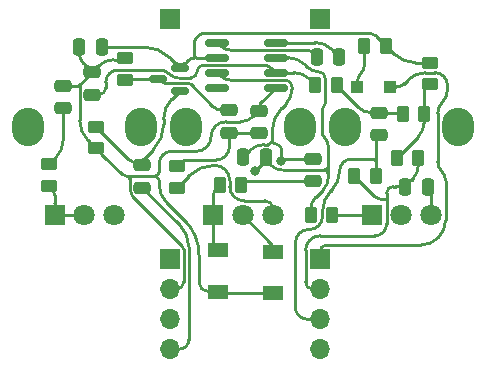
<source format=gbr>
%TF.GenerationSoftware,KiCad,Pcbnew,(6.0.1)*%
%TF.CreationDate,2022-05-20T14:01:47-07:00*%
%TF.ProjectId,ratt-rounded,72617474-2d72-46f7-956e-6465642e6b69,rev?*%
%TF.SameCoordinates,Original*%
%TF.FileFunction,Copper,L2,Bot*%
%TF.FilePolarity,Positive*%
%FSLAX46Y46*%
G04 Gerber Fmt 4.6, Leading zero omitted, Abs format (unit mm)*
G04 Created by KiCad (PCBNEW (6.0.1)) date 2022-05-20 14:01:47*
%MOMM*%
%LPD*%
G01*
G04 APERTURE LIST*
G04 Aperture macros list*
%AMRoundRect*
0 Rectangle with rounded corners*
0 $1 Rounding radius*
0 $2 $3 $4 $5 $6 $7 $8 $9 X,Y pos of 4 corners*
0 Add a 4 corners polygon primitive as box body*
4,1,4,$2,$3,$4,$5,$6,$7,$8,$9,$2,$3,0*
0 Add four circle primitives for the rounded corners*
1,1,$1+$1,$2,$3*
1,1,$1+$1,$4,$5*
1,1,$1+$1,$6,$7*
1,1,$1+$1,$8,$9*
0 Add four rect primitives between the rounded corners*
20,1,$1+$1,$2,$3,$4,$5,0*
20,1,$1+$1,$4,$5,$6,$7,0*
20,1,$1+$1,$6,$7,$8,$9,0*
20,1,$1+$1,$8,$9,$2,$3,0*%
G04 Aperture macros list end*
%TA.AperFunction,ComponentPad*%
%ADD10O,2.720000X3.240000*%
%TD*%
%TA.AperFunction,ComponentPad*%
%ADD11R,1.800000X1.800000*%
%TD*%
%TA.AperFunction,ComponentPad*%
%ADD12C,1.800000*%
%TD*%
%TA.AperFunction,ComponentPad*%
%ADD13R,1.700000X1.700000*%
%TD*%
%TA.AperFunction,SMDPad,CuDef*%
%ADD14RoundRect,0.150000X0.825000X0.150000X-0.825000X0.150000X-0.825000X-0.150000X0.825000X-0.150000X0*%
%TD*%
%TA.AperFunction,SMDPad,CuDef*%
%ADD15RoundRect,0.250000X-0.262500X-0.450000X0.262500X-0.450000X0.262500X0.450000X-0.262500X0.450000X0*%
%TD*%
%TA.AperFunction,SMDPad,CuDef*%
%ADD16RoundRect,0.250000X-0.450000X0.262500X-0.450000X-0.262500X0.450000X-0.262500X0.450000X0.262500X0*%
%TD*%
%TA.AperFunction,SMDPad,CuDef*%
%ADD17RoundRect,0.250000X-0.475000X0.250000X-0.475000X-0.250000X0.475000X-0.250000X0.475000X0.250000X0*%
%TD*%
%TA.AperFunction,SMDPad,CuDef*%
%ADD18RoundRect,0.250000X0.450000X-0.262500X0.450000X0.262500X-0.450000X0.262500X-0.450000X-0.262500X0*%
%TD*%
%TA.AperFunction,SMDPad,CuDef*%
%ADD19RoundRect,0.250000X0.262500X0.450000X-0.262500X0.450000X-0.262500X-0.450000X0.262500X-0.450000X0*%
%TD*%
%TA.AperFunction,SMDPad,CuDef*%
%ADD20RoundRect,0.250000X0.475000X-0.250000X0.475000X0.250000X-0.475000X0.250000X-0.475000X-0.250000X0*%
%TD*%
%TA.AperFunction,SMDPad,CuDef*%
%ADD21RoundRect,0.250000X0.250000X0.475000X-0.250000X0.475000X-0.250000X-0.475000X0.250000X-0.475000X0*%
%TD*%
%TA.AperFunction,ComponentPad*%
%ADD22O,1.700000X1.700000*%
%TD*%
%TA.AperFunction,SMDPad,CuDef*%
%ADD23RoundRect,0.150000X0.587500X0.150000X-0.587500X0.150000X-0.587500X-0.150000X0.587500X-0.150000X0*%
%TD*%
%TA.AperFunction,SMDPad,CuDef*%
%ADD24R,1.700000X1.300000*%
%TD*%
%TA.AperFunction,SMDPad,CuDef*%
%ADD25RoundRect,0.250000X-0.250000X-0.475000X0.250000X-0.475000X0.250000X0.475000X-0.250000X0.475000X0*%
%TD*%
%TA.AperFunction,SMDPad,CuDef*%
%ADD26R,1.100000X1.100000*%
%TD*%
%TA.AperFunction,ViaPad*%
%ADD27C,0.800000*%
%TD*%
%TA.AperFunction,Conductor*%
%ADD28C,0.250000*%
%TD*%
G04 APERTURE END LIST*
D10*
%TO.P,RV1,*%
%TO.N,*%
X30810000Y-33350000D03*
X40410000Y-33350000D03*
D11*
%TO.P,RV1,1,1*%
%TO.N,Net-(D1-Pad2)*%
X33110000Y-40850000D03*
D12*
%TO.P,RV1,2,2*%
X35610000Y-40850000D03*
%TO.P,RV1,3,3*%
%TO.N,Net-(R4-Pad1)*%
X38110000Y-40850000D03*
%TD*%
D10*
%TO.P,RV2,*%
%TO.N,*%
X44215000Y-33350000D03*
X53815000Y-33350000D03*
D11*
%TO.P,RV2,1,1*%
%TO.N,Net-(R8-Pad1)*%
X46515000Y-40850000D03*
D12*
%TO.P,RV2,2,2*%
%TO.N,Net-(C10-Pad1)*%
X49015000Y-40850000D03*
%TO.P,RV2,3,3*%
X51515000Y-40850000D03*
%TD*%
D10*
%TO.P,RV3,*%
%TO.N,*%
X26975000Y-33350000D03*
X17375000Y-33350000D03*
D11*
%TO.P,RV3,1,1*%
%TO.N,Net-(C8-Pad1)*%
X19675000Y-40850000D03*
D12*
%TO.P,RV3,2,2*%
X22175000Y-40850000D03*
%TO.P,RV3,3,3*%
%TO.N,Net-(C2-Pad1)*%
X24675000Y-40850000D03*
%TD*%
D13*
%TO.P,REF2,*%
%TO.N,*%
X29400000Y-24230000D03*
%TD*%
D14*
%TO.P,U1,1,NULL*%
%TO.N,Net-(C6-Pad2)*%
X38385000Y-26215000D03*
%TO.P,U1,2,-*%
%TO.N,Net-(C8-Pad1)*%
X38385000Y-27485000D03*
%TO.P,U1,3,+*%
%TO.N,Net-(C4-Pad1)*%
X38385000Y-28755000D03*
%TO.P,U1,4,V-*%
%TO.N,GND*%
X38385000Y-30025000D03*
%TO.P,U1,5,NULL*%
%TO.N,unconnected-(U1-Pad5)*%
X33435000Y-30025000D03*
%TO.P,U1,6*%
%TO.N,Net-(C2-Pad1)*%
X33435000Y-28755000D03*
%TO.P,U1,7,V+*%
%TO.N,VA*%
X33435000Y-27485000D03*
%TO.P,U1,8,STRB*%
%TO.N,Net-(C6-Pad1)*%
X33435000Y-26215000D03*
%TD*%
D15*
%TO.P,R5,1*%
%TO.N,GND*%
X45015500Y-37500000D03*
%TO.P,R5,2*%
%TO.N,INPUT*%
X46840500Y-37500000D03*
%TD*%
D16*
%TO.P,R6,1*%
%TO.N,GND*%
X25610000Y-27567500D03*
%TO.P,R6,2*%
%TO.N,Net-(C3-Pad2)*%
X25610000Y-29392500D03*
%TD*%
D17*
%TO.P,C7,1*%
%TO.N,GND*%
X36948000Y-32010000D03*
%TO.P,C7,2*%
%TO.N,Net-(C3-Pad1)*%
X36948000Y-33910000D03*
%TD*%
%TO.P,C2,1*%
%TO.N,Net-(C2-Pad1)*%
X41498000Y-36070000D03*
%TO.P,C2,2*%
%TO.N,Net-(C2-Pad2)*%
X41498000Y-37970000D03*
%TD*%
D15*
%TO.P,R9,1*%
%TO.N,Net-(D3-Pad1)*%
X45887500Y-26480000D03*
%TO.P,R9,2*%
%TO.N,VA*%
X47712500Y-26480000D03*
%TD*%
D18*
%TO.P,R7,1*%
%TO.N,GND*%
X23170000Y-35184500D03*
%TO.P,R7,2*%
%TO.N,Net-(C5-Pad1)*%
X23170000Y-33359500D03*
%TD*%
D19*
%TO.P,R12,1*%
%TO.N,GND*%
X50440500Y-36010000D03*
%TO.P,R12,2*%
%TO.N,VB*%
X48615500Y-36010000D03*
%TD*%
%TO.P,R8,1*%
%TO.N,Net-(R8-Pad1)*%
X43184500Y-40850000D03*
%TO.P,R8,2*%
%TO.N,Net-(C8-Pad1)*%
X41359500Y-40850000D03*
%TD*%
D20*
%TO.P,C3,1*%
%TO.N,Net-(C3-Pad1)*%
X34458000Y-33870000D03*
%TO.P,C3,2*%
%TO.N,Net-(C3-Pad2)*%
X34458000Y-31970000D03*
%TD*%
D18*
%TO.P,R4,1*%
%TO.N,Net-(R4-Pad1)*%
X30028000Y-38492500D03*
%TO.P,R4,2*%
%TO.N,Net-(C3-Pad1)*%
X30028000Y-36667500D03*
%TD*%
D21*
%TO.P,C8,1*%
%TO.N,Net-(C8-Pad1)*%
X37528000Y-35910000D03*
%TO.P,C8,2*%
%TO.N,Net-(C2-Pad1)*%
X35628000Y-35910000D03*
%TD*%
D17*
%TO.P,C5,1*%
%TO.N,Net-(C5-Pad1)*%
X27098000Y-36600000D03*
%TO.P,C5,2*%
%TO.N,OUTPUT*%
X27098000Y-38500000D03*
%TD*%
D19*
%TO.P,R3,1*%
%TO.N,Net-(C2-Pad2)*%
X35462500Y-38302000D03*
%TO.P,R3,2*%
%TO.N,Net-(D1-Pad2)*%
X33637500Y-38302000D03*
%TD*%
%TO.P,R1,1*%
%TO.N,VB*%
X50940500Y-32290000D03*
%TO.P,R1,2*%
%TO.N,Net-(C1-Pad2)*%
X49115500Y-32290000D03*
%TD*%
D13*
%TO.P,J2,1,Pin_1*%
%TO.N,+9V*%
X42100000Y-44560000D03*
D22*
%TO.P,J2,2,Pin_2*%
%TO.N,GND*%
X42100000Y-47100000D03*
%TO.P,J2,3,Pin_3*%
%TO.N,INPUT*%
X42100000Y-49640000D03*
%TO.P,J2,4,Pin_4*%
%TO.N,OUTPUT*%
X42100000Y-52180000D03*
%TD*%
D23*
%TO.P,Q1,1,D*%
%TO.N,VA*%
X30296100Y-28389400D03*
%TO.P,Q1,2,S*%
%TO.N,Net-(C5-Pad1)*%
X30296100Y-30289400D03*
%TO.P,Q1,3,G*%
%TO.N,Net-(C3-Pad2)*%
X28421100Y-29339400D03*
%TD*%
D16*
%TO.P,R10,1*%
%TO.N,VA*%
X51430000Y-27919500D03*
%TO.P,R10,2*%
%TO.N,VB*%
X51430000Y-29744500D03*
%TD*%
D24*
%TO.P,D2,1,K*%
%TO.N,Net-(D1-Pad2)*%
X38175000Y-43918000D03*
%TO.P,D2,2,A*%
%TO.N,GND*%
X38175000Y-47418000D03*
%TD*%
D25*
%TO.P,C6,1*%
%TO.N,Net-(C6-Pad1)*%
X41848000Y-27400000D03*
%TO.P,C6,2*%
%TO.N,Net-(C6-Pad2)*%
X43748000Y-27400000D03*
%TD*%
D13*
%TO.P,J1,1,Pin_1*%
%TO.N,+9V*%
X29400000Y-44560000D03*
D22*
%TO.P,J1,2,Pin_2*%
%TO.N,GND*%
X29400000Y-47100000D03*
%TO.P,J1,3,Pin_3*%
%TO.N,INPUT*%
X29400000Y-49640000D03*
%TO.P,J1,4,Pin_4*%
%TO.N,OUTPUT*%
X29400000Y-52180000D03*
%TD*%
D19*
%TO.P,R2,1*%
%TO.N,Net-(C1-Pad2)*%
X43542500Y-29800000D03*
%TO.P,R2,2*%
%TO.N,Net-(C4-Pad1)*%
X41717500Y-29800000D03*
%TD*%
D20*
%TO.P,C11,1*%
%TO.N,Net-(C11-Pad1)*%
X20390000Y-31792000D03*
%TO.P,C11,2*%
%TO.N,GND*%
X20390000Y-29892000D03*
%TD*%
D26*
%TO.P,D3,1,K*%
%TO.N,Net-(D3-Pad1)*%
X45292000Y-29995000D03*
%TO.P,D3,2,A*%
%TO.N,+9V*%
X48092000Y-29995000D03*
%TD*%
D13*
%TO.P,REF1,*%
%TO.N,*%
X42100000Y-24230000D03*
%TD*%
D16*
%TO.P,R11,1*%
%TO.N,Net-(C11-Pad1)*%
X19200000Y-36509500D03*
%TO.P,R11,2*%
%TO.N,Net-(C8-Pad1)*%
X19200000Y-38334500D03*
%TD*%
D21*
%TO.P,C10,1*%
%TO.N,Net-(C10-Pad1)*%
X51232000Y-38410000D03*
%TO.P,C10,2*%
%TO.N,GND*%
X49332000Y-38410000D03*
%TD*%
D20*
%TO.P,C4,1*%
%TO.N,Net-(C4-Pad1)*%
X22850000Y-30628000D03*
%TO.P,C4,2*%
%TO.N,GND*%
X22850000Y-28728000D03*
%TD*%
D21*
%TO.P,C9,1*%
%TO.N,VA*%
X23650500Y-26602000D03*
%TO.P,C9,2*%
%TO.N,GND*%
X21750500Y-26602000D03*
%TD*%
D20*
%TO.P,C1,1*%
%TO.N,INPUT*%
X47090500Y-34050000D03*
%TO.P,C1,2*%
%TO.N,Net-(C1-Pad2)*%
X47090500Y-32150000D03*
%TD*%
D24*
%TO.P,D1,1,K*%
%TO.N,GND*%
X33460000Y-47308000D03*
%TO.P,D1,2,A*%
%TO.N,Net-(D1-Pad2)*%
X33460000Y-43808000D03*
%TD*%
D27*
%TO.N,Net-(C2-Pad1)*%
X38867800Y-36278000D03*
%TO.N,Net-(C8-Pad1)*%
X36633200Y-37063300D03*
%TD*%
D28*
%TO.N,VA*%
X46297253Y-25404511D02*
G75*
G02*
X46877255Y-25644755I2J-820243D01*
G01*
X46877255Y-25644755D02*
X47117500Y-25885000D01*
X46297253Y-25404511D02*
X32500244Y-25404511D01*
X48432250Y-27199750D02*
X47117500Y-25885000D01*
X51430000Y-27919500D02*
X50169880Y-27919500D01*
X31460000Y-26444755D02*
X31460000Y-27485000D01*
X31460000Y-26444755D02*
G75*
G02*
X32500244Y-25404511I1040243J1D01*
G01*
X48432250Y-27199750D02*
G75*
G03*
X50169880Y-27919500I1737630J1737629D01*
G01*
%TO.N,INPUT*%
X41185000Y-42040800D02*
X41255927Y-42040800D01*
%TO.N,Net-(C2-Pad1)*%
X39757600Y-30141200D02*
X39757600Y-29944702D01*
%TO.N,Net-(R4-Pad1)*%
X35693495Y-39610000D02*
G75*
G02*
X34490000Y-38406505I2J1203497D01*
G01*
X35693495Y-39610000D02*
X37490000Y-39610000D01*
X37490000Y-39610000D02*
G75*
G02*
X38110000Y-40230000I1J-619999D01*
G01*
X38110000Y-40230000D02*
X38110000Y-40850000D01*
%TO.N,Net-(D1-Pad2)*%
X33110001Y-39202498D02*
G75*
G02*
X33373750Y-38565750I900490J3D01*
G01*
X38174999Y-43666500D02*
G75*
G03*
X37997161Y-43237163I-607179J-2D01*
G01*
X33285000Y-43633000D02*
G75*
G02*
X33110000Y-43210512I422492J422489D01*
G01*
X33110000Y-39839750D02*
X33110000Y-41860250D01*
%TO.N,Net-(C3-Pad1)*%
X34458000Y-33930000D02*
G75*
G02*
X34478000Y-33910000I19997J3D01*
G01*
X34478000Y-33910000D02*
G75*
G02*
X34458000Y-33890000I-1J19999D01*
G01*
X33332755Y-36160489D02*
G75*
G03*
X34458000Y-35035244I-1J1125246D01*
G01*
X30281505Y-36413994D02*
G75*
G02*
X30893521Y-36160489I612012J-612006D01*
G01*
X34458000Y-33930000D02*
X34458000Y-33890000D01*
%TO.N,Net-(C11-Pad1)*%
X19795000Y-35914500D02*
G75*
G03*
X20390000Y-34478042I-1436467J1436461D01*
G01*
%TO.N,Net-(C8-Pad1)*%
X38981601Y-37020000D02*
G75*
G02*
X37953750Y-36594250I1J1453602D01*
G01*
X42830000Y-36658650D02*
G75*
G02*
X42468650Y-37020000I-361350J0D01*
G01*
X42468650Y-37020000D02*
G75*
G02*
X42830000Y-37381350I2J-361348D01*
G01*
X39404494Y-27485000D02*
G75*
G02*
X40854350Y-28085550I3J-2050398D01*
G01*
X42830000Y-34989108D02*
G75*
G03*
X42560000Y-34337271I-921838J-1D01*
G01*
X42397780Y-38674718D02*
G75*
G03*
X42830000Y-37631250I-1043471J1043471D01*
G01*
X42017350Y-28686100D02*
G75*
G02*
X42579800Y-29248550I1J-562449D01*
G01*
X19674999Y-39145375D02*
G75*
G03*
X19437500Y-38572000I-810879J-2D01*
G01*
X20695250Y-40850000D02*
G75*
G02*
X19675000Y-39829750I1J1020251D01*
G01*
X42560000Y-34337271D02*
G75*
G02*
X42290000Y-33685433I651831J651835D01*
G01*
X42290001Y-32024919D02*
G75*
G02*
X42434901Y-31675101I494713J2D01*
G01*
X42434900Y-31675100D02*
G75*
G03*
X42579800Y-31325280I-349830J349824D01*
G01*
X42017350Y-28686100D02*
G75*
G02*
X41057187Y-28288387I3J1357881D01*
G01*
X37528000Y-36039250D02*
G75*
G02*
X37436606Y-36259893I-312041J3D01*
G01*
X37436607Y-36259894D02*
G75*
G02*
X37619393Y-36259893I91393J-91391D01*
G01*
X37619393Y-36259893D02*
G75*
G02*
X37528000Y-36039250I220641J220642D01*
G01*
X41359500Y-40281500D02*
G75*
G02*
X41761490Y-39311009I1372473J4D01*
G01*
X42830000Y-36658650D02*
X42830000Y-37381350D01*
X42468650Y-37020000D02*
X41745950Y-37020000D01*
%TO.N,Net-(C6-Pad2)*%
X41725078Y-26215001D02*
G75*
G02*
X43155499Y-26807501I2J-2022917D01*
G01*
%TO.N,Net-(C4-Pad1)*%
X31184755Y-29210489D02*
G75*
G03*
X31730000Y-28665244I-1J545246D01*
G01*
X31730000Y-28665244D02*
G75*
G02*
X32275244Y-28120000I545243J1D01*
G01*
X38834012Y-28755000D02*
G75*
G02*
X38067500Y-28437500I1J1084013D01*
G01*
X28572454Y-28547301D02*
G75*
G02*
X29372993Y-28878895I2J-1132130D01*
G01*
X23980000Y-29587650D02*
G75*
G02*
X25020350Y-28547300I1040348J2D01*
G01*
X37300987Y-28120001D02*
G75*
G02*
X38067499Y-28437501I1J-1084010D01*
G01*
X39933573Y-28755001D02*
G75*
G02*
X41194999Y-29277501I1J-1783925D01*
G01*
X30173534Y-29210489D02*
G75*
G02*
X29372994Y-28878894I2J1132137D01*
G01*
X23415000Y-30628000D02*
G75*
G03*
X23980000Y-30063000I-1J565001D01*
G01*
%TO.N,Net-(C1-Pad2)*%
X48876505Y-32150001D02*
G75*
G02*
X49045499Y-32220001I1J-238992D01*
G01*
X46445850Y-32150000D02*
G75*
G02*
X45345363Y-31694163I3J1556329D01*
G01*
X43574779Y-29923579D02*
G75*
G02*
X43542500Y-29845650I77933J77930D01*
G01*
X47735150Y-32150000D02*
X46445850Y-32150000D01*
%TO.N,Net-(R4-Pad1)*%
X33200250Y-36610000D02*
G75*
G02*
X34490000Y-37899750I-2J-1289752D01*
G01*
X30998509Y-37521990D02*
G75*
G02*
X33200250Y-36610000I2201738J-2201737D01*
G01*
%TO.N,VB*%
X50447293Y-34178206D02*
G75*
G03*
X50940500Y-32987500I-1190714J1190710D01*
G01*
X50940500Y-30580128D02*
G75*
G02*
X51185250Y-29989250I835621J2D01*
G01*
X50940500Y-31592500D02*
X50940500Y-32987500D01*
%TO.N,+9V*%
X52428700Y-37108700D02*
G75*
G02*
X52098800Y-36312250I796452J796450D01*
G01*
X52504400Y-31242200D02*
G75*
G03*
X52910000Y-30262994I-979220J979211D01*
G01*
X42100000Y-43956750D02*
G75*
G02*
X42703250Y-43353500I603247J3D01*
G01*
X51876700Y-28770000D02*
G75*
G02*
X52910000Y-29803300I0J-1033300D01*
G01*
X50672344Y-43353500D02*
G75*
G03*
X52147550Y-42742450I-3J2086263D01*
G01*
X48529650Y-29995000D02*
G75*
G03*
X49276765Y-29685534I-4J1056587D01*
G01*
X52758599Y-37905149D02*
G75*
G03*
X52428699Y-37108701I-1126353J-2D01*
G01*
X52147550Y-42742450D02*
G75*
G03*
X52758600Y-41267244I-1475213J1475209D01*
G01*
X49579800Y-29382500D02*
G75*
G02*
X51058505Y-28770000I1478701J-1478695D01*
G01*
X52098801Y-32221405D02*
G75*
G02*
X52504401Y-31242201I1384804J0D01*
G01*
%TO.N,Net-(D3-Pad1)*%
X45589750Y-28821950D02*
G75*
G03*
X45887500Y-28103117I-718840J718835D01*
G01*
X45292001Y-29540782D02*
G75*
G02*
X45589751Y-28821951I1016569J5D01*
G01*
%TO.N,Net-(C10-Pad1)*%
X51515000Y-38893111D02*
G75*
G03*
X51373500Y-38551500I-483113J-1D01*
G01*
%TO.N,Net-(C2-Pad1)*%
X38087800Y-34460800D02*
G75*
G02*
X37697800Y-34850800I-390002J2D01*
G01*
X38477800Y-34850800D02*
G75*
G02*
X38087800Y-34460800I0J390000D01*
G01*
X38477800Y-34850800D02*
G75*
G02*
X38867800Y-35240800I0J-390000D01*
G01*
X36192013Y-35345986D02*
G75*
G02*
X37387500Y-34850800I1195484J-1195482D01*
G01*
X38087800Y-33706500D02*
G75*
G02*
X38896941Y-31753057I2762577J5D01*
G01*
X39226421Y-31423578D02*
G75*
G03*
X39757600Y-30141200I-1282377J1282378D01*
G01*
X34519012Y-29390000D02*
G75*
G02*
X33752500Y-29072500I1J1084013D01*
G01*
X39202898Y-29390000D02*
G75*
G02*
X39757600Y-29944702I2J-554700D01*
G01*
X38867800Y-36174000D02*
G75*
G02*
X38971800Y-36070000I103997J3D01*
G01*
X38971800Y-36070000D02*
G75*
G02*
X38867800Y-35966000I-1J103999D01*
G01*
X38867800Y-36174000D02*
X38867800Y-35966000D01*
%TO.N,OUTPUT*%
X30212800Y-52180000D02*
G75*
G03*
X31025600Y-51367200I-1J812801D01*
G01*
X31025599Y-43522534D02*
G75*
G03*
X30251364Y-41653366I-2643402J1D01*
G01*
X31025600Y-48529750D02*
X31025600Y-50963250D01*
%TO.N,Net-(C6-Pad1)*%
X40909091Y-26850001D02*
G75*
G02*
X41572999Y-27125001I1J-938906D01*
G01*
X34519012Y-26850000D02*
G75*
G02*
X33752500Y-26532500I1J1084013D01*
G01*
%TO.N,Net-(C5-Pad1)*%
X27995249Y-35309045D02*
G75*
G03*
X28892500Y-33142892I-2166149J2166153D01*
G01*
X26654000Y-36399499D02*
G75*
G02*
X25896045Y-36085543I2J1071915D01*
G01*
X27098000Y-36302898D02*
G75*
G02*
X27166307Y-36137988I233213J3D01*
G01*
X27098000Y-36302898D02*
G75*
G02*
X27001398Y-36399500I-96605J3D01*
G01*
X27001398Y-36399500D02*
G75*
G02*
X27098000Y-36496102I-1J-96603D01*
G01*
X28892500Y-32685495D02*
G75*
G02*
X29594300Y-30991200I2396084J4D01*
G01*
X27098000Y-36302898D02*
X27098000Y-36496102D01*
%TO.N,Net-(C3-Pad2)*%
X30935291Y-29660001D02*
G75*
G02*
X31174252Y-29758982I1J-337941D01*
G01*
X28194401Y-29339400D02*
G75*
G02*
X28581400Y-29499700I2J-547294D01*
G01*
X28968398Y-29659999D02*
G75*
G02*
X28581400Y-29499700I1J547300D01*
G01*
X25636550Y-29365950D02*
G75*
G02*
X25700647Y-29339400I64097J-64095D01*
G01*
X33921636Y-31969999D02*
G75*
G02*
X33006006Y-31590732I3J1294904D01*
G01*
%TO.N,Net-(C2-Pad2)*%
X35628500Y-38136000D02*
G75*
G02*
X36029259Y-37970000I400753J-400744D01*
G01*
%TO.N,INPUT*%
X41255927Y-42040800D02*
G75*
G03*
X42330000Y-40966725I-3J1074076D01*
G01*
X42330001Y-40539446D02*
G75*
G02*
X43065000Y-38765000I2509447J1D01*
G01*
X42082928Y-49649999D02*
G75*
G03*
X42094999Y-49644999I-3J17080D01*
G01*
X43800000Y-37060000D02*
G75*
G02*
X44770000Y-36090000I969999J1D01*
G01*
X46840500Y-34476776D02*
G75*
G02*
X46965500Y-34175000I426770J2D01*
G01*
X46663050Y-36090000D02*
G75*
G02*
X46840500Y-36267450I1J-177449D01*
G01*
X46840500Y-36267450D02*
G75*
G02*
X46840500Y-36267450I0J0D01*
G01*
X43114106Y-38715893D02*
G75*
G03*
X43800000Y-37060000I-1655906J1655899D01*
G01*
X41065000Y-49650000D02*
G75*
G02*
X40040000Y-48625000I0J1025000D01*
G01*
X40040000Y-43185800D02*
G75*
G02*
X41185000Y-42040800I1144997J3D01*
G01*
X46840500Y-36622350D02*
X46840500Y-36267450D01*
X46840500Y-36267450D02*
X46840500Y-36622350D01*
%TO.N,GND*%
X22320999Y-28199001D02*
G75*
G02*
X22320998Y-29256998I-529000J-528998D01*
G01*
X23379000Y-28199000D02*
G75*
G02*
X22321000Y-28199000I-529000J529003D01*
G01*
X28520000Y-36485000D02*
G75*
G02*
X29585000Y-35420000I1064999J1D01*
G01*
X40910300Y-43810118D02*
G75*
G02*
X42145318Y-42575100I1235017J1D01*
G01*
X28117200Y-37550000D02*
G75*
G02*
X28527900Y-37960700I-1J-410701D01*
G01*
X26250056Y-39208556D02*
G75*
G02*
X26037200Y-38694676I513874J513878D01*
G01*
X41505150Y-47100000D02*
G75*
G02*
X40910300Y-46505150I0J594850D01*
G01*
X48548500Y-38409999D02*
G75*
G03*
X49886016Y-37855980I-1J1891533D01*
G01*
X36948000Y-31736000D02*
G75*
G02*
X37141747Y-31268252I661491J2D01*
G01*
X23379000Y-28199000D02*
G75*
G02*
X24656118Y-27670000I1277114J-1277107D01*
G01*
X35394532Y-32920000D02*
G75*
G03*
X36492999Y-32464999I-1J1553466D01*
G01*
X21773900Y-29848050D02*
G75*
G02*
X21729950Y-29892000I-43951J1D01*
G01*
X21729950Y-29892000D02*
G75*
G02*
X21773900Y-29935950I1J-43949D01*
G01*
X28113250Y-37550000D02*
G75*
G02*
X28113250Y-37550000I0J0D01*
G01*
X25786350Y-37550000D02*
G75*
G02*
X26037200Y-37800850I-1J-250851D01*
G01*
X26037200Y-37800850D02*
G75*
G02*
X26288050Y-37550000I250849J1D01*
G01*
X25435021Y-27670000D02*
G75*
G03*
X25558750Y-27618750I-4J174989D01*
G01*
X47762500Y-39492500D02*
G75*
G02*
X47765000Y-39498535I-6033J-6035D01*
G01*
X47765000Y-39491464D02*
G75*
G02*
X47762500Y-39492500I-1465J1D01*
G01*
X31665300Y-35420000D02*
G75*
G03*
X32915300Y-34170000I-2J1250002D01*
G01*
X47382750Y-39490000D02*
G75*
G02*
X46738743Y-39223243I1J910764D01*
G01*
X32672300Y-47308000D02*
G75*
G02*
X31884600Y-46520300I-2J787698D01*
G01*
X33382218Y-47308000D02*
G75*
G02*
X33515000Y-47363000I0J-187782D01*
G01*
X49983885Y-37758114D02*
G75*
G03*
X50440500Y-36655750I-1102369J1102367D01*
G01*
X32915300Y-34170000D02*
G75*
G02*
X34165300Y-32920000I1249998J2D01*
G01*
X29087115Y-39690915D02*
G75*
G02*
X28527900Y-38340850I1350063J1350064D01*
G01*
X31884599Y-44178872D02*
G75*
G03*
X30689254Y-41293056I-4081170J-4D01*
G01*
X28113250Y-37550000D02*
G75*
G03*
X28520000Y-37143250I-2J406752D01*
G01*
X29987650Y-47100000D02*
G75*
G03*
X30575300Y-46512350I-1J587651D01*
G01*
X47765000Y-38952500D02*
G75*
G02*
X48307500Y-38410000I542498J2D01*
G01*
X46780098Y-42575100D02*
G75*
G03*
X47765000Y-41590198I0J984902D01*
G01*
X25786350Y-37549999D02*
G75*
G02*
X25358123Y-37372621I3J605612D01*
G01*
X21773900Y-29848050D02*
G75*
G02*
X21804977Y-29773022I106099J3D01*
G01*
X22471950Y-34486450D02*
G75*
G02*
X21773900Y-32801208I1685241J1685241D01*
G01*
X22113422Y-27991422D02*
G75*
G02*
X21750500Y-27115250I876168J876170D01*
G01*
X47756464Y-39490000D02*
G75*
G02*
X47762500Y-39492500I2J-8531D01*
G01*
X33647781Y-47418000D02*
G75*
G02*
X33515000Y-47363000I4J187789D01*
G01*
X36754252Y-32203747D02*
G75*
G03*
X36948000Y-31736000I-467755J467751D01*
G01*
X30575300Y-43703377D02*
G75*
G03*
X30455391Y-43413891I-409390J2D01*
G01*
X23379000Y-28199000D02*
X22320999Y-29256999D01*
X22471950Y-34486450D02*
X23868050Y-35882550D01*
X21773900Y-29848050D02*
X21773900Y-29935950D01*
X27299750Y-37550000D02*
X28113250Y-37550000D01*
X28113250Y-37550000D02*
X27299750Y-37550000D01*
X25786350Y-37550000D02*
X26288050Y-37550000D01*
X47765000Y-39491464D02*
X47765000Y-39498535D01*
%TO.N,VA*%
X30873427Y-27812072D02*
G75*
G02*
X31663050Y-27485000I789621J-789621D01*
G01*
X27244817Y-26602000D02*
G75*
G02*
X29402400Y-27495700I-1J-3051285D01*
G01*
X30748300Y-27937200D02*
G75*
G02*
X29843900Y-27937200I-452200J452201D01*
G01*
X32588150Y-27485000D02*
X31663050Y-27485000D01*
%TO.N,Net-(R4-Pad1)*%
X34490000Y-37899750D02*
X34490000Y-38406505D01*
X30998509Y-37521990D02*
X30028000Y-38492500D01*
%TO.N,Net-(C3-Pad1)*%
X33332755Y-36160489D02*
X30893521Y-36160489D01*
X30281505Y-36413994D02*
X30028000Y-36667500D01*
X34458000Y-33930000D02*
X34458000Y-35035244D01*
%TO.N,VA*%
X32588150Y-27485000D02*
X33435000Y-27485000D01*
X27244817Y-26602000D02*
X23650500Y-26602000D01*
X29402400Y-27495700D02*
X29843900Y-27937200D01*
X30873427Y-27812072D02*
X30748300Y-27937200D01*
%TO.N,GND*%
X29585000Y-35420000D02*
X31665300Y-35420000D01*
X28520000Y-36485000D02*
X28520000Y-37143250D01*
X26037200Y-38694676D02*
X26037200Y-37800850D01*
X47765000Y-39498535D02*
X47765000Y-41590198D01*
X47382750Y-39490000D02*
X47756464Y-39490000D01*
X27299750Y-37550000D02*
X26288050Y-37550000D01*
X33647781Y-47418000D02*
X38175000Y-47418000D01*
X40910300Y-43810118D02*
X40910300Y-46505150D01*
X42145318Y-42575100D02*
X46780098Y-42575100D01*
X26250056Y-39208556D02*
X30455391Y-43413891D01*
X32672300Y-47308000D02*
X33382218Y-47308000D01*
X41505150Y-47100000D02*
X42100000Y-47100000D01*
X36492999Y-32464999D02*
X36754252Y-32203747D01*
X28117200Y-37550000D02*
X28113250Y-37550000D01*
X50440500Y-36655750D02*
X50440500Y-36010000D01*
X21750500Y-27115250D02*
X21750500Y-26602000D01*
X24656118Y-27670000D02*
X25435021Y-27670000D01*
X29987650Y-47100000D02*
X29400000Y-47100000D01*
X31884600Y-46520300D02*
X31884600Y-44178872D01*
X22321000Y-28199000D02*
X22113422Y-27991422D01*
X25558750Y-27618750D02*
X25610000Y-27567500D01*
X23868050Y-35882550D02*
X25358122Y-37372622D01*
X21773900Y-29935950D02*
X21773900Y-32801208D01*
X47765000Y-39491464D02*
X47765000Y-38952500D01*
X30575300Y-46512350D02*
X30575300Y-43703377D01*
X29087115Y-39690915D02*
X30689255Y-41293055D01*
X22320999Y-29256999D02*
X21804977Y-29773022D01*
X49886017Y-37855981D02*
X49983885Y-37758114D01*
X28527900Y-37960700D02*
X28527900Y-38340850D01*
X48548500Y-38410000D02*
X48307500Y-38410000D01*
X21729950Y-29892000D02*
X20390000Y-29892000D01*
X37141747Y-31268252D02*
X38385000Y-30025000D01*
X35394532Y-32920000D02*
X34165300Y-32920000D01*
X46738743Y-39223243D02*
X45015500Y-37500000D01*
%TO.N,INPUT*%
X46840500Y-36622350D02*
X46840500Y-37500000D01*
X46965500Y-34175000D02*
X47090500Y-34050000D01*
X42082928Y-49650000D02*
X41065000Y-49650000D01*
X46840500Y-34476776D02*
X46840500Y-36267450D01*
X42095000Y-49645000D02*
X42100000Y-49640000D01*
X44770000Y-36090000D02*
X46663050Y-36090000D01*
X42330000Y-40966725D02*
X42330000Y-40539446D01*
X43064999Y-38764999D02*
X43114106Y-38715893D01*
X40040000Y-48625000D02*
X40040000Y-43185800D01*
%TO.N,Net-(C2-Pad2)*%
X36029259Y-37970000D02*
X41498000Y-37970000D01*
X35628500Y-38136000D02*
X35462500Y-38302000D01*
%TO.N,Net-(C3-Pad2)*%
X31174253Y-29758981D02*
X33006005Y-31590733D01*
X33921636Y-31970000D02*
X34458000Y-31970000D01*
X25636550Y-29365950D02*
X25610000Y-29392500D01*
X28194401Y-29339400D02*
X25700647Y-29339400D01*
X30935291Y-29660000D02*
X28968398Y-29660000D01*
%TO.N,Net-(C5-Pad1)*%
X27995249Y-35309045D02*
X27166307Y-36137988D01*
X26654000Y-36399500D02*
X27001398Y-36399500D01*
X28892500Y-33142892D02*
X28892500Y-32685495D01*
X27098000Y-36496102D02*
X27098000Y-36600000D01*
X29594300Y-30991200D02*
X30296100Y-30289400D01*
X25896044Y-36085544D02*
X23170000Y-33359500D01*
%TO.N,Net-(C6-Pad1)*%
X41573000Y-27125000D02*
X41848000Y-27400000D01*
X40909091Y-26850000D02*
X34519012Y-26850000D01*
X33752500Y-26532500D02*
X33435000Y-26215000D01*
%TO.N,OUTPUT*%
X30212800Y-52180000D02*
X29400000Y-52180000D01*
X31025600Y-48529750D02*
X31025600Y-43522534D01*
X31025600Y-50963250D02*
X31025600Y-51367200D01*
X30251365Y-41653365D02*
X27098000Y-38500000D01*
%TO.N,Net-(C2-Pad1)*%
X38971800Y-36070000D02*
X41498000Y-36070000D01*
X36192013Y-35345986D02*
X35628000Y-35910000D01*
X38867800Y-36278000D02*
X38867800Y-36174000D01*
X38896941Y-31753057D02*
X39226421Y-31423578D01*
X34519012Y-29390000D02*
X39202898Y-29390000D01*
X37697800Y-34850800D02*
X37387500Y-34850800D01*
X38087800Y-34460800D02*
X38087800Y-33706500D01*
X33752500Y-29072500D02*
X33435000Y-28755000D01*
X38867800Y-35240800D02*
X38867800Y-35966000D01*
%TO.N,Net-(C10-Pad1)*%
X51373500Y-38551500D02*
X51232000Y-38410000D01*
X51515000Y-38893111D02*
X51515000Y-40850000D01*
%TO.N,Net-(D3-Pad1)*%
X45292000Y-29540782D02*
X45292000Y-29995000D01*
X45887500Y-28103117D02*
X45887500Y-26480000D01*
%TO.N,+9V*%
X48529650Y-29995000D02*
X48092000Y-29995000D01*
X52098800Y-36312250D02*
X52098800Y-32221405D01*
X42100000Y-43956750D02*
X42100000Y-44560000D01*
X49276765Y-29685534D02*
X49579800Y-29382500D01*
X51876700Y-28770000D02*
X51058505Y-28770000D01*
X52758600Y-37905149D02*
X52758600Y-41267244D01*
X52910000Y-30262994D02*
X52910000Y-29803300D01*
X42703250Y-43353500D02*
X50672344Y-43353500D01*
%TO.N,VB*%
X51185250Y-29989250D02*
X51430000Y-29744500D01*
X50447293Y-34178206D02*
X48615500Y-36010000D01*
X50940500Y-31592500D02*
X50940500Y-30580128D01*
%TO.N,Net-(R8-Pad1)*%
X43184500Y-40850000D02*
X46515000Y-40850000D01*
%TO.N,Net-(C1-Pad2)*%
X49045500Y-32220000D02*
X49115500Y-32290000D01*
X45345363Y-31694163D02*
X43574779Y-29923579D01*
X43542500Y-29845650D02*
X43542500Y-29800000D01*
X47735150Y-32150000D02*
X48876505Y-32150000D01*
%TO.N,Net-(C4-Pad1)*%
X41195000Y-29277500D02*
X41717500Y-29800000D01*
X23980000Y-29587650D02*
X23980000Y-30063000D01*
X38834012Y-28755000D02*
X39933573Y-28755000D01*
X31184755Y-29210489D02*
X30173534Y-29210489D01*
X32275244Y-28120000D02*
X37300987Y-28120000D01*
X28572454Y-28547300D02*
X25020350Y-28547300D01*
X23415000Y-30628000D02*
X22850000Y-30628000D01*
%TO.N,Net-(C6-Pad2)*%
X41725078Y-26215000D02*
X38385000Y-26215000D01*
X43155500Y-26807500D02*
X43748000Y-27400000D01*
%TO.N,Net-(C8-Pad1)*%
X41359500Y-40281500D02*
X41359500Y-40850000D01*
X19675000Y-39145375D02*
X19675000Y-39829750D01*
X19437500Y-38572000D02*
X19200000Y-38334500D01*
X37528000Y-36039250D02*
X37528000Y-35910000D01*
X37953750Y-36594250D02*
X37619393Y-36259893D01*
X40854350Y-28085550D02*
X41057187Y-28288387D01*
X42579800Y-29248550D02*
X42579800Y-31325280D01*
X42397780Y-38674718D02*
X41761490Y-39311009D01*
X42830000Y-37381350D02*
X42830000Y-37631250D01*
X20695250Y-40850000D02*
X22175000Y-40850000D01*
X42290000Y-33685433D02*
X42290000Y-32024919D01*
X38981601Y-37020000D02*
X41745950Y-37020000D01*
X39404494Y-27485000D02*
X38385000Y-27485000D01*
X42830000Y-36658650D02*
X42830000Y-34989108D01*
X36633200Y-37063300D02*
X37436606Y-36259893D01*
%TO.N,Net-(C11-Pad1)*%
X20390000Y-34478042D02*
X20390000Y-31792000D01*
X19795000Y-35914500D02*
X19200000Y-36509500D01*
%TO.N,Net-(C3-Pad1)*%
X34478000Y-33910000D02*
X36948000Y-33910000D01*
X34458000Y-33890000D02*
X34458000Y-33870000D01*
%TO.N,Net-(D1-Pad2)*%
X33110000Y-41860250D02*
X33110000Y-43210512D01*
X37997162Y-43237162D02*
X35610000Y-40850000D01*
X33110000Y-39839750D02*
X33110000Y-39202498D01*
X33373750Y-38565750D02*
X33637500Y-38302000D01*
X33285000Y-43633000D02*
X33460000Y-43808000D01*
X38175000Y-43666500D02*
X38175000Y-43918000D01*
%TD*%
M02*

</source>
